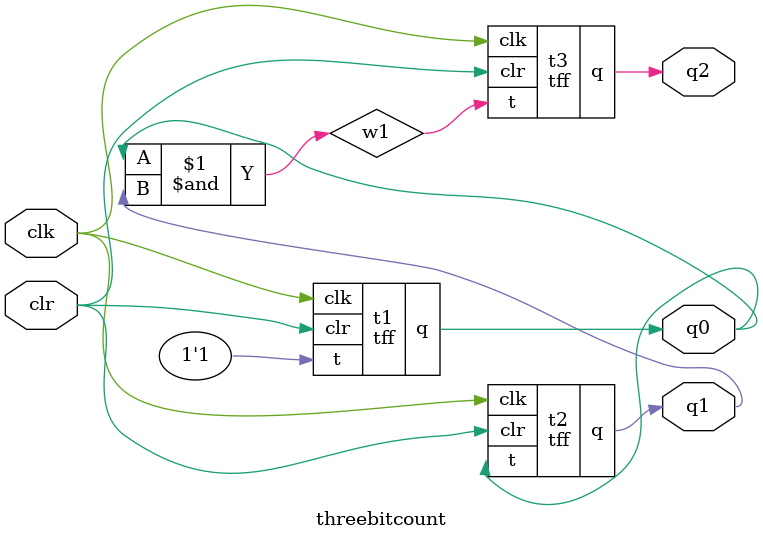
<source format=v>
module dffe(q, d, clk, en, clr);
   //Inputs
   input d, clk, en, clr;
   //Internal wire
   wire clr;
   //Output
   output q;
   //Register
   reg q;
   //Intialize q to 0
   initial
   begin
       q = 1'b0;
   end

   //Set value of q on positive edge of the clock or clear
   always @(posedge clk or posedge clr) begin
       //If clear is high, set q to 0
       if (clr) begin
           q <= 1'b0;
       //If enable is high, set q to the value of d
       end else if (en) begin
           q <= d;
       end
   end
endmodule

module tff(t, clk, clr, q);
    input t, clk, clr;
    output q;

    wire d;
    xor(d, t, q);

    dffe dflipflop(q, d, clk, 1'b1, clr);
 
endmodule

module threebitcount(clk, clr, q0, q1, q2);
    input clk, clr;
    output q0, q1, q2;

    wire w1;

    tff t1(1'b1, clk, clr, q0);
    tff t2(q0, clk, clr, q1);
    and(w1, q0, q1);
    tff t3(w1, clk, clr, q2);
endmodule
</source>
